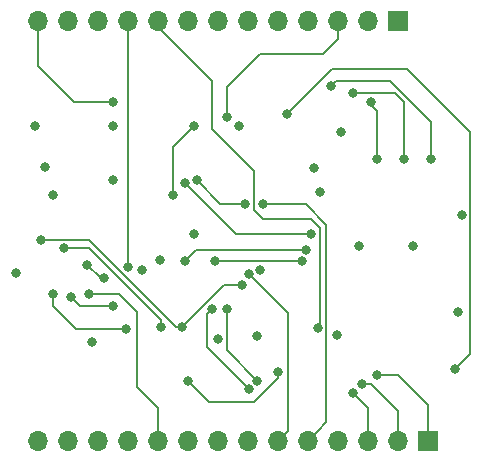
<source format=gbr>
%TF.GenerationSoftware,KiCad,Pcbnew,(5.1.10-1-10_14)*%
%TF.CreationDate,2021-12-17T22:03:29-05:00*%
%TF.ProjectId,Flags Register,466c6167-7320-4526-9567-69737465722e,rev?*%
%TF.SameCoordinates,Original*%
%TF.FileFunction,Copper,L4,Bot*%
%TF.FilePolarity,Positive*%
%FSLAX46Y46*%
G04 Gerber Fmt 4.6, Leading zero omitted, Abs format (unit mm)*
G04 Created by KiCad (PCBNEW (5.1.10-1-10_14)) date 2021-12-17 22:03:29*
%MOMM*%
%LPD*%
G01*
G04 APERTURE LIST*
%TA.AperFunction,ComponentPad*%
%ADD10O,1.700000X1.700000*%
%TD*%
%TA.AperFunction,ComponentPad*%
%ADD11R,1.700000X1.700000*%
%TD*%
%TA.AperFunction,ViaPad*%
%ADD12C,0.800000*%
%TD*%
%TA.AperFunction,Conductor*%
%ADD13C,0.200000*%
%TD*%
G04 APERTURE END LIST*
D10*
%TO.P,J1,13*%
%TO.N,~FLAG_OUT*%
X53086000Y-84328000D03*
%TO.P,J1,12*%
%TO.N,LOGICAL_CARRY_OUT*%
X55626000Y-84328000D03*
%TO.P,J1,11*%
%TO.N,ARITHMETIC_CARRY_OUT*%
X58166000Y-84328000D03*
%TO.P,J1,10*%
%TO.N,RESTORE_FLAGS*%
X60706000Y-84328000D03*
%TO.P,J1,9*%
%TO.N,CLOCK*%
X63246000Y-84328000D03*
%TO.P,J1,8*%
%TO.N,~LATCH_FLAGS*%
X65786000Y-84328000D03*
%TO.P,J1,7*%
%TO.N,CF*%
X68326000Y-84328000D03*
%TO.P,J1,6*%
%TO.N,SF*%
X70866000Y-84328000D03*
%TO.P,J1,5*%
%TO.N,OF*%
X73406000Y-84328000D03*
%TO.P,J1,4*%
%TO.N,ZF*%
X75946000Y-84328000D03*
%TO.P,J1,3*%
%TO.N,RESET*%
X78486000Y-84328000D03*
%TO.P,J1,2*%
%TO.N,VCC*%
X81026000Y-84328000D03*
D11*
%TO.P,J1,1*%
%TO.N,GND*%
X83566000Y-84328000D03*
%TD*%
D10*
%TO.P,J2,14*%
%TO.N,RES0*%
X53086000Y-119888000D03*
%TO.P,J2,13*%
%TO.N,RES1*%
X55626000Y-119888000D03*
%TO.P,J2,12*%
%TO.N,RES2*%
X58166000Y-119888000D03*
%TO.P,J2,11*%
%TO.N,RES3*%
X60706000Y-119888000D03*
%TO.P,J2,10*%
%TO.N,RES4*%
X63246000Y-119888000D03*
%TO.P,J2,9*%
%TO.N,RES5*%
X65786000Y-119888000D03*
%TO.P,J2,8*%
%TO.N,RES6*%
X68326000Y-119888000D03*
%TO.P,J2,7*%
%TO.N,RES7*%
X70866000Y-119888000D03*
%TO.P,J2,6*%
%TO.N,A7*%
X73406000Y-119888000D03*
%TO.P,J2,5*%
%TO.N,B7*%
X75946000Y-119888000D03*
%TO.P,J2,4*%
%TO.N,BUS3*%
X78486000Y-119888000D03*
%TO.P,J2,3*%
%TO.N,BUS2*%
X81026000Y-119888000D03*
%TO.P,J2,2*%
%TO.N,BUS1*%
X83566000Y-119888000D03*
D11*
%TO.P,J2,1*%
%TO.N,BUS0*%
X86106000Y-119888000D03*
%TD*%
D12*
%TO.N,GND*%
X84836000Y-103378000D03*
X76484000Y-96744000D03*
X59436000Y-97790000D03*
X54356000Y-99060000D03*
X53706000Y-96662000D03*
X57658000Y-111506000D03*
X68326000Y-111252000D03*
X78387750Y-110899750D03*
X76934000Y-98813488D03*
X71628000Y-110998000D03*
X63399000Y-104547000D03*
X66294000Y-102362000D03*
X88961990Y-100734500D03*
%TO.N,VCC*%
X88646000Y-108966000D03*
X80264000Y-103378000D03*
X70104000Y-93218000D03*
X59436000Y-93218000D03*
X52832000Y-93218000D03*
X71882000Y-105410000D03*
X51246010Y-105664000D03*
X61923392Y-105383427D03*
%TO.N,RESTORE_FLAGS*%
X60706000Y-105156000D03*
%TO.N,CLOCK*%
X76809000Y-110337000D03*
%TO.N,CF*%
X78740000Y-93726000D03*
%TO.N,SF*%
X86360000Y-96012000D03*
X77878490Y-89848155D03*
%TO.N,OF*%
X79756000Y-90424000D03*
X84074000Y-96012000D03*
%TO.N,ZF*%
X81280000Y-91186000D03*
X81788000Y-96012000D03*
%TO.N,RESET*%
X69088000Y-92456000D03*
%TO.N,RES4*%
X57404000Y-107442000D03*
%TO.N,RES5*%
X55880000Y-107696000D03*
X59461834Y-108432166D03*
%TO.N,RES6*%
X54356000Y-107442000D03*
X60514231Y-110422695D03*
%TO.N,RES7*%
X70358000Y-106680000D03*
X65278000Y-110236000D03*
X53340000Y-102870000D03*
%TO.N,A7*%
X70933305Y-105726231D03*
%TO.N,B7*%
X72136000Y-99822000D03*
%TO.N,BUS3*%
X67818000Y-108712000D03*
X70964995Y-115497041D03*
%TO.N,BUS2*%
X69088000Y-108712000D03*
X71672110Y-114789926D03*
X79771832Y-115839832D03*
%TO.N,BUS1*%
X80518000Y-115062000D03*
%TO.N,BUS0*%
X65786000Y-114808000D03*
X73406000Y-114046000D03*
X81788000Y-114300000D03*
%TO.N,MUX_OVERFLOW*%
X75438000Y-104648000D03*
X68072000Y-104648000D03*
%TO.N,MUX_ZERO*%
X65532000Y-104648000D03*
X75779616Y-103708147D03*
%TO.N,~FLAG_OUT*%
X59436000Y-91186000D03*
X74168000Y-92202000D03*
X88392000Y-113792000D03*
%TO.N,Net-(U35-Pad3)*%
X63500000Y-110236000D03*
X55320105Y-103570010D03*
%TO.N,Net-(U36-Pad10)*%
X58685899Y-106132230D03*
X57277760Y-104948703D03*
%TO.N,Net-(U37-Pad13)*%
X65532000Y-98044000D03*
X76200000Y-102362000D03*
%TO.N,Net-(U37-Pad12)*%
X66523500Y-97814500D03*
X70612000Y-99822000D03*
%TO.N,Net-(U37-Pad3)*%
X64516000Y-99060000D03*
X66294000Y-93218000D03*
%TD*%
D13*
%TO.N,RESTORE_FLAGS*%
X60706000Y-105156000D02*
X60706000Y-84328000D01*
%TO.N,CLOCK*%
X76809000Y-110337000D02*
X76809000Y-110135000D01*
X76809000Y-110135000D02*
X76962000Y-109982000D01*
X76962000Y-109982000D02*
X76962000Y-101854000D01*
X76962000Y-101854000D02*
X76200000Y-101092000D01*
X76200000Y-101092000D02*
X72136000Y-101092000D01*
X72136000Y-101092000D02*
X71374000Y-100330000D01*
X71374000Y-100330000D02*
X71374000Y-97028000D01*
X71374000Y-97028000D02*
X67818000Y-93472000D01*
X67818000Y-93472000D02*
X67818000Y-89408000D01*
X63246000Y-84836000D02*
X63246000Y-84328000D01*
X67818000Y-89408000D02*
X63246000Y-84836000D01*
%TO.N,SF*%
X86360000Y-96012000D02*
X86360000Y-92906300D01*
X78278489Y-89448156D02*
X77878490Y-89848155D01*
X86360000Y-92906300D02*
X82901856Y-89448156D01*
X82901856Y-89448156D02*
X78278489Y-89448156D01*
%TO.N,OF*%
X84074000Y-91186000D02*
X84074000Y-96012000D01*
X83312000Y-90424000D02*
X84074000Y-91186000D01*
X79756000Y-90424000D02*
X83312000Y-90424000D01*
%TO.N,ZF*%
X81280000Y-91186000D02*
X81280000Y-91440000D01*
X81280000Y-91440000D02*
X81788000Y-91948000D01*
X81788000Y-91948000D02*
X81788000Y-96012000D01*
%TO.N,RESET*%
X69088000Y-92456000D02*
X69088000Y-89916000D01*
X69088000Y-89916000D02*
X71882000Y-87122000D01*
X71882000Y-87122000D02*
X77216000Y-87122000D01*
X78486000Y-85852000D02*
X78486000Y-84328000D01*
X77216000Y-87122000D02*
X78486000Y-85852000D01*
%TO.N,RES4*%
X63246000Y-117094000D02*
X63246000Y-119888000D01*
X61468000Y-115316000D02*
X63246000Y-117094000D01*
X59944000Y-107442000D02*
X61468000Y-108966000D01*
X61468000Y-108966000D02*
X61468000Y-115316000D01*
X57404000Y-107442000D02*
X59944000Y-107442000D01*
%TO.N,RES5*%
X55880000Y-107696000D02*
X56616166Y-108432166D01*
X56616166Y-108432166D02*
X59461834Y-108432166D01*
%TO.N,RES6*%
X59948546Y-110422695D02*
X60514231Y-110422695D01*
X56305998Y-110428002D02*
X59943239Y-110428002D01*
X54356000Y-108478004D02*
X56305998Y-110428002D01*
X59943239Y-110428002D02*
X59948546Y-110422695D01*
X54356000Y-107442000D02*
X54356000Y-108478004D01*
%TO.N,RES7*%
X53340000Y-102870000D02*
X57404000Y-102870000D01*
X64770000Y-110236000D02*
X65278000Y-110236000D01*
X57404000Y-102870000D02*
X64770000Y-110236000D01*
X68834000Y-106680000D02*
X65278000Y-110236000D01*
X70358000Y-106680000D02*
X68834000Y-106680000D01*
%TO.N,A7*%
X74255999Y-119038001D02*
X74255999Y-109048925D01*
X73406000Y-119888000D02*
X74255999Y-119038001D01*
X74255999Y-109048925D02*
X71333304Y-106126230D01*
X71333304Y-106126230D02*
X70933305Y-105726231D01*
%TO.N,B7*%
X72136000Y-99822000D02*
X75749700Y-99822000D01*
X76795999Y-119038001D02*
X75946000Y-119888000D01*
X75749700Y-99822000D02*
X77509001Y-101581301D01*
X77509001Y-118324999D02*
X76795999Y-119038001D01*
X77509001Y-101581301D02*
X77509001Y-118324999D01*
%TO.N,BUS3*%
X67418001Y-109111999D02*
X67418001Y-111950047D01*
X67818000Y-108712000D02*
X67418001Y-109111999D01*
X67418001Y-111950047D02*
X70964995Y-115497041D01*
%TO.N,BUS2*%
X69088000Y-108712000D02*
X69088000Y-112205816D01*
X69088000Y-112205816D02*
X71672110Y-114789926D01*
X81026000Y-119888000D02*
X81026000Y-117094000D01*
X81026000Y-117094000D02*
X79771832Y-115839832D01*
%TO.N,BUS1*%
X83566000Y-119888000D02*
X83566000Y-117348000D01*
X83566000Y-117348000D02*
X81280000Y-115062000D01*
X81280000Y-115062000D02*
X80518000Y-115062000D01*
%TO.N,BUS0*%
X65786000Y-114808000D02*
X67564000Y-116586000D01*
X67564000Y-116586000D02*
X71374000Y-116586000D01*
X73406000Y-114554000D02*
X73406000Y-114046000D01*
X71374000Y-116586000D02*
X73406000Y-114554000D01*
X81788000Y-114300000D02*
X83566000Y-114300000D01*
X86106000Y-116840000D02*
X86106000Y-119888000D01*
X83566000Y-114300000D02*
X86106000Y-116840000D01*
%TO.N,MUX_OVERFLOW*%
X75438000Y-104648000D02*
X68072000Y-104648000D01*
%TO.N,MUX_ZERO*%
X66471853Y-103708147D02*
X75779616Y-103708147D01*
X65532000Y-104648000D02*
X66471853Y-103708147D01*
%TO.N,~FLAG_OUT*%
X53086000Y-84328000D02*
X53086000Y-88138000D01*
X53086000Y-88138000D02*
X56134000Y-91186000D01*
X56134000Y-91186000D02*
X59436000Y-91186000D01*
X74168000Y-92202000D02*
X77978000Y-88392000D01*
X77978000Y-88392000D02*
X84328000Y-88392000D01*
X84328000Y-88392000D02*
X89662000Y-93726000D01*
X89662000Y-93726000D02*
X89662000Y-112522000D01*
X89662000Y-112522000D02*
X88392000Y-113792000D01*
%TO.N,Net-(U35-Pad3)*%
X63500000Y-110236000D02*
X63500000Y-109670315D01*
X57399695Y-103570010D02*
X55320105Y-103570010D01*
X63500000Y-109670315D02*
X57399695Y-103570010D01*
%TO.N,Net-(U36-Pad10)*%
X57277760Y-104948703D02*
X58461287Y-106132230D01*
X58461287Y-106132230D02*
X58685899Y-106132230D01*
%TO.N,Net-(U37-Pad13)*%
X65532000Y-98044000D02*
X69850000Y-102362000D01*
X69850000Y-102362000D02*
X76200000Y-102362000D01*
%TO.N,Net-(U37-Pad12)*%
X68531000Y-99822000D02*
X66523500Y-97814500D01*
X70612000Y-99822000D02*
X68531000Y-99822000D01*
%TO.N,Net-(U37-Pad3)*%
X64516000Y-99060000D02*
X64516000Y-94996000D01*
X64516000Y-94996000D02*
X66294000Y-93218000D01*
%TD*%
M02*

</source>
